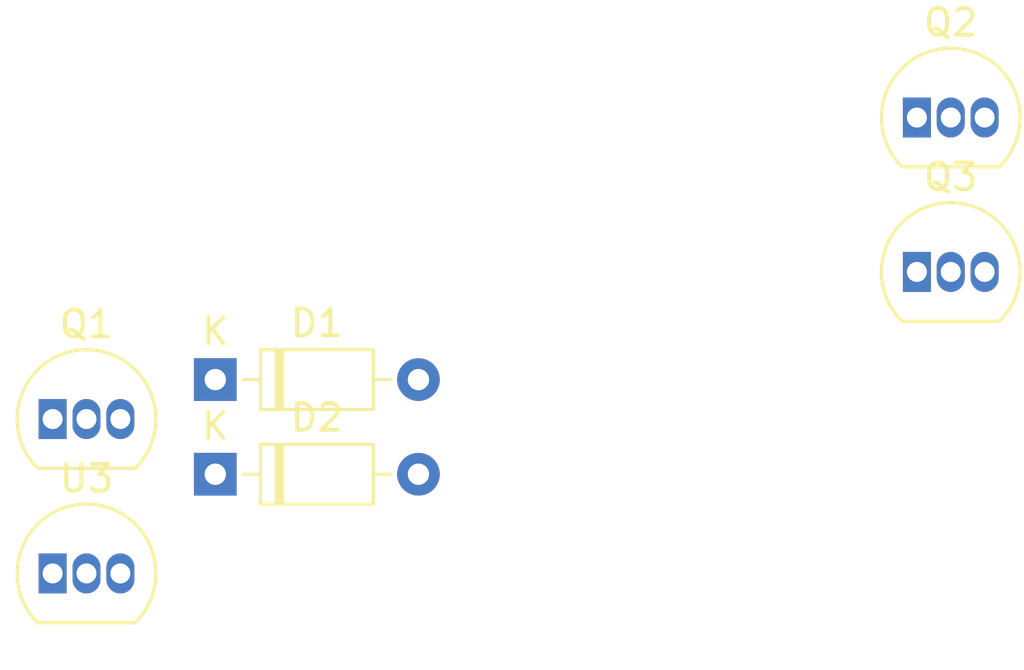
<source format=kicad_pcb>
(kicad_pcb (version 20240108) (generator "pcbnew") (generator_version "8.0")
  (layers (0 "F.Cu" signal) (31 "B.Cu" signal) (34 "B.Paste" user) (35 "F.Paste" user) (36 "B.SilkS" user "B.Silkscreen") (37 "F.SilkS" user "F.Silkscreen") (38 "B.Mask" user) (39 "F.Mask" user) (44 "Edge.Cuts" user))
  (net 0 "")
  (net 1 "+3.3V")
  (net 2 "ADC")
  (net 3 "GND")
  (net 4 "Net-(Q1-C)")
  (net 5 "Net-(Q1-B)")
  (net 6 "Net-(Q2-B)")
  (net 7 "+5V")
  (net 8 "3V3_REF")
  (net 9 "Net-(U3-REF)")
  (footprint "Package_TO_SOT_THT:TO-92_Inline" (layer "F.Cu") (at 82.546 72.808)
    (property "Reference" "U3" (at 1.27 -3.56 0) (layer "F.SilkS"))
    (property "Value" "TL431LP")
    (fp_line (start -0.53 1.85) (end 3.07 1.85) (stroke (width 0.12)) (layer "F.SilkS"))
    (fp_arc (start -0.568478 1.838478) (mid -1.132087 -0.994977) (end 1.27 -2.6) (stroke (width 0.12)) (layer "F.SilkS"))
    (fp_arc (start 1.27 -2.6) (mid 3.672087 -0.994977) (end 3.108478 1.838478) (stroke (width 0.12)) (layer "F.SilkS"))
    (pad "1" thru_hole rect (at 0 0) (size 1.05 1.5) (drill 0.75) (layers "*.Cu" "*.Mask") (net 9 "Net-(U3-REF)"))
    (pad "2" thru_hole oval (at 1.27 0) (size 1.05 1.5) (drill 0.75) (layers "*.Cu" "*.Mask") (net 3 "GND"))
    (pad "3" thru_hole oval (at 2.54 0) (size 1.05 1.5) (drill 0.75) (layers "*.Cu" "*.Mask") (net 6 "Net-(Q2-B)"))
  )
  (footprint "Package_TO_SOT_THT:TO-92_Inline" (layer "F.Cu") (at 114.96 61.5)
    (property "Reference" "Q3" (at 1.27 -3.56 0) (layer "F.SilkS"))
    (property "Value" "BC557")
    (fp_line (start -0.53 1.85) (end 3.07 1.85) (stroke (width 0.12)) (layer "F.SilkS"))
    (fp_arc (start -0.568478 1.838478) (mid -1.132087 -0.994977) (end 1.27 -2.6) (stroke (width 0.12)) (layer "F.SilkS"))
    (fp_arc (start 1.27 -2.6) (mid 3.672087 -0.994977) (end 3.108478 1.838478) (stroke (width 0.12)) (layer "F.SilkS"))
    (pad "1" thru_hole rect (at 0 0) (size 1.05 1.5) (drill 0.75) (layers "*.Cu" "*.Mask") (net 3 "GND"))
    (pad "2" thru_hole oval (at 1.27 0) (size 1.05 1.5) (drill 0.75) (layers "*.Cu" "*.Mask") (net 6 "Net-(Q2-B)"))
    (pad "3" thru_hole oval (at 2.54 0) (size 1.05 1.5) (drill 0.75) (layers "*.Cu" "*.Mask") (net 8 "3V3_REF"))
  )
  (footprint "Package_TO_SOT_THT:TO-92_Inline" (layer "F.Cu") (at 114.96 55.71)
    (property "Reference" "Q2" (at 1.27 -3.56 0) (layer "F.SilkS"))
    (property "Value" "BC547")
    (fp_line (start -0.53 1.85) (end 3.07 1.85) (stroke (width 0.12)) (layer "F.SilkS"))
    (fp_arc (start -0.568478 1.838478) (mid -1.132087 -0.994977) (end 1.27 -2.6) (stroke (width 0.12)) (layer "F.SilkS"))
    (fp_arc (start 1.27 -2.6) (mid 3.672087 -0.994977) (end 3.108478 1.838478) (stroke (width 0.12)) (layer "F.SilkS"))
    (pad "1" thru_hole rect (at 0 0) (size 1.05 1.5) (drill 0.75) (layers "*.Cu" "*.Mask") (net 7 "+5V"))
    (pad "2" thru_hole oval (at 1.27 0) (size 1.05 1.5) (drill 0.75) (layers "*.Cu" "*.Mask") (net 6 "Net-(Q2-B)"))
    (pad "3" thru_hole oval (at 2.54 0) (size 1.05 1.5) (drill 0.75) (layers "*.Cu" "*.Mask") (net 8 "3V3_REF"))
  )
  (footprint "Package_TO_SOT_THT:TO-92_Inline" (layer "F.Cu") (at 82.546 67.018)
    (property "Reference" "Q1" (at 1.27 -3.56 0) (layer "F.SilkS"))
    (property "Value" "BC547")
    (fp_line (start -0.53 1.85) (end 3.07 1.85) (stroke (width 0.12)) (layer "F.SilkS"))
    (fp_arc (start -0.568478 1.838478) (mid -1.132087 -0.994977) (end 1.27 -2.6) (stroke (width 0.12)) (layer "F.SilkS"))
    (fp_arc (start 1.27 -2.6) (mid 3.672087 -0.994977) (end 3.108478 1.838478) (stroke (width 0.12)) (layer "F.SilkS"))
    (pad "1" thru_hole rect (at 0 0) (size 1.05 1.5) (drill 0.75) (layers "*.Cu" "*.Mask") (net 4 "Net-(Q1-C)"))
    (pad "2" thru_hole oval (at 1.27 0) (size 1.05 1.5) (drill 0.75) (layers "*.Cu" "*.Mask") (net 5 "Net-(Q1-B)"))
    (pad "3" thru_hole oval (at 2.54 0) (size 1.05 1.5) (drill 0.75) (layers "*.Cu" "*.Mask") (net 3 "GND"))
  )
  (footprint "Diode_THT:D_DO-35_SOD27_P7.62mm_Horizontal" (layer "F.Cu") (at 88.646 65.538)
    (property "Reference" "D1" (at 3.81 -2.12 0) (layer "F.SilkS"))
    (property "Value" "1N4148")
    (fp_line (start 1.04 0) (end 1.69 0) (stroke (width 0.12)) (layer "F.SilkS"))
    (fp_line (start 1.69 -1.12) (end 1.69 1.12) (stroke (width 0.12)) (layer "F.SilkS"))
    (fp_line (start 1.69 1.12) (end 5.93 1.12) (stroke (width 0.12)) (layer "F.SilkS"))
    (fp_line (start 2.29 -1.12) (end 2.29 1.12) (stroke (width 0.12)) (layer "F.SilkS"))
    (fp_line (start 2.41 -1.12) (end 2.41 1.12) (stroke (width 0.12)) (layer "F.SilkS"))
    (fp_line (start 2.53 -1.12) (end 2.53 1.12) (stroke (width 0.12)) (layer "F.SilkS"))
    (fp_line (start 5.93 -1.12) (end 1.69 -1.12) (stroke (width 0.12)) (layer "F.SilkS"))
    (fp_line (start 5.93 1.12) (end 5.93 -1.12) (stroke (width 0.12)) (layer "F.SilkS"))
    (fp_line (start 6.58 0) (end 5.93 0) (stroke (width 0.12)) (layer "F.SilkS"))
    (fp_text user "K" (at 0 -1.8 0) (layer "F.SilkS"))
    (pad "1" thru_hole rect (at 0 0) (size 1.6 1.6) (drill 0.8) (layers "*.Cu" "*.Mask") (net 1 "+3.3V"))
    (pad "2" thru_hole oval (at 7.62 0) (size 1.6 1.6) (drill 0.8) (layers "*.Cu" "*.Mask") (net 2 "ADC"))
  )
  (footprint "Diode_THT:D_DO-35_SOD27_P7.62mm_Horizontal" (layer "F.Cu") (at 88.646 69.088)
    (property "Reference" "D2" (at 3.81 -2.12 0) (layer "F.SilkS"))
    (property "Value" "1N4148")
    (fp_line (start 1.04 0) (end 1.69 0) (stroke (width 0.12)) (layer "F.SilkS"))
    (fp_line (start 1.69 -1.12) (end 1.69 1.12) (stroke (width 0.12)) (layer "F.SilkS"))
    (fp_line (start 1.69 1.12) (end 5.93 1.12) (stroke (width 0.12)) (layer "F.SilkS"))
    (fp_line (start 2.29 -1.12) (end 2.29 1.12) (stroke (width 0.12)) (layer "F.SilkS"))
    (fp_line (start 2.41 -1.12) (end 2.41 1.12) (stroke (width 0.12)) (layer "F.SilkS"))
    (fp_line (start 2.53 -1.12) (end 2.53 1.12) (stroke (width 0.12)) (layer "F.SilkS"))
    (fp_line (start 5.93 -1.12) (end 1.69 -1.12) (stroke (width 0.12)) (layer "F.SilkS"))
    (fp_line (start 5.93 1.12) (end 5.93 -1.12) (stroke (width 0.12)) (layer "F.SilkS"))
    (fp_line (start 6.58 0) (end 5.93 0) (stroke (width 0.12)) (layer "F.SilkS"))
    (fp_text user "K" (at 0 -1.8 0) (layer "F.SilkS"))
    (pad "1" thru_hole rect (at 0 0) (size 1.6 1.6) (drill 0.8) (layers "*.Cu" "*.Mask") (net 2 "ADC"))
    (pad "2" thru_hole oval (at 7.62 0) (size 1.6 1.6) (drill 0.8) (layers "*.Cu" "*.Mask") (net 3 "GND"))
  )
)
</source>
